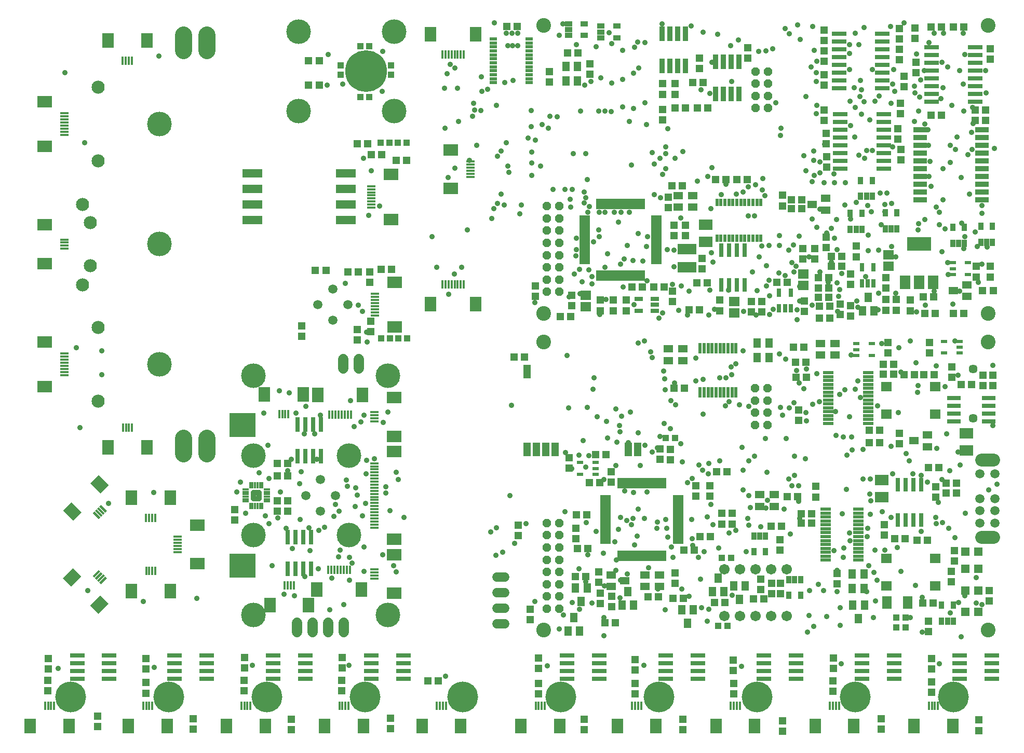
<source format=gts>
G75*
G70*
%OFA0B0*%
%FSLAX24Y24*%
%IPPOS*%
%LPD*%
%AMOC8*
5,1,8,0,0,1.08239X$1,22.5*
%
%ADD10C,0.0946*%
%ADD11C,0.2678*%
%ADD12R,0.1693X0.1575*%
%ADD13R,0.0671X0.0198*%
%ADD14R,0.0198X0.0671*%
%ADD15R,0.0513X0.0474*%
%ADD16R,0.0474X0.0513*%
%ADD17R,0.0631X0.0474*%
%ADD18R,0.0474X0.0867*%
%ADD19R,0.0316X0.0867*%
%ADD20R,0.0867X0.0710*%
%ADD21R,0.0552X0.0552*%
%ADD22R,0.0400X0.0240*%
%ADD23R,0.0592X0.0513*%
%ADD24R,0.0474X0.0631*%
%ADD25R,0.0192X0.0671*%
%ADD26R,0.0671X0.0192*%
%ADD27R,0.0316X0.0552*%
%ADD28R,0.0552X0.0316*%
%ADD29R,0.0710X0.0592*%
%ADD30R,0.1222X0.0671*%
%ADD31R,0.0671X0.0867*%
%ADD32R,0.1576X0.0867*%
%ADD33R,0.0946X0.0277*%
%ADD34C,0.0595*%
%ADD35C,0.0848*%
%ADD36R,0.0395X0.0395*%
%ADD37R,0.0880X0.0340*%
%ADD38OC8,0.0556*%
%ADD39C,0.0572*%
%ADD40R,0.0690X0.0592*%
%ADD41R,0.0671X0.0218*%
%ADD42R,0.0513X0.0592*%
%ADD43R,0.0352X0.0470*%
%ADD44C,0.0356*%
%ADD45R,0.0237X0.0671*%
%ADD46R,0.0671X0.0237*%
%ADD47R,0.0320X0.0950*%
%ADD48R,0.0200X0.0470*%
%ADD49R,0.0867X0.0316*%
%ADD50R,0.0159X0.0395*%
%ADD51R,0.0395X0.0159*%
%ADD52C,0.0343*%
%ADD53C,0.0674*%
%ADD54C,0.0595*%
%ADD55R,0.0551X0.0157*%
%ADD56R,0.0925X0.0748*%
%ADD57C,0.1582*%
%ADD58C,0.0840*%
%ADD59C,0.1085*%
%ADD60R,0.0157X0.0551*%
%ADD61R,0.0748X0.0925*%
%ADD62R,0.0470X0.0200*%
%ADD63R,0.0470X0.0352*%
%ADD64R,0.0946X0.0316*%
%ADD65C,0.0680*%
%ADD66C,0.0580*%
%ADD67C,0.1976*%
%ADD68R,0.1261X0.0580*%
%ADD69R,0.0631X0.0789*%
%ADD70R,0.0316X0.0946*%
%ADD71R,0.0398X0.0398*%
%ADD72C,0.0358*%
D10*
X035809Y009746D03*
X035809Y028250D03*
X035809Y030100D03*
X035809Y048604D03*
X064313Y048604D03*
X064313Y030100D03*
X064313Y028250D03*
X064313Y009746D03*
D11*
X024391Y045651D03*
D12*
X016458Y022935D03*
X016458Y013880D03*
D13*
X039772Y015387D03*
X039772Y015583D03*
X039772Y015780D03*
X039772Y015977D03*
X039772Y016174D03*
X039772Y016371D03*
X039772Y016568D03*
X039772Y016765D03*
X039772Y016961D03*
X039772Y017158D03*
X039772Y017355D03*
X039772Y017552D03*
X039772Y017749D03*
X039772Y017946D03*
X039772Y018143D03*
X039772Y018339D03*
X044418Y018339D03*
X044418Y018143D03*
X044418Y017946D03*
X044418Y017749D03*
X044418Y017552D03*
X044418Y017355D03*
X044418Y017158D03*
X044418Y016961D03*
X044418Y016765D03*
X044418Y016568D03*
X044418Y016371D03*
X044418Y016174D03*
X044418Y015977D03*
X044418Y015780D03*
X044418Y015583D03*
X044418Y015387D03*
D14*
X043571Y014540D03*
X043374Y014540D03*
X043178Y014540D03*
X042981Y014540D03*
X042784Y014540D03*
X042587Y014540D03*
X042390Y014540D03*
X042193Y014540D03*
X041996Y014540D03*
X041800Y014540D03*
X041603Y014540D03*
X041406Y014540D03*
X041209Y014540D03*
X041012Y014540D03*
X040815Y014540D03*
X040619Y014540D03*
X040619Y019186D03*
X040815Y019186D03*
X041012Y019186D03*
X041209Y019186D03*
X041406Y019186D03*
X041603Y019186D03*
X041800Y019186D03*
X041996Y019186D03*
X042193Y019186D03*
X042390Y019186D03*
X042587Y019186D03*
X042784Y019186D03*
X042981Y019186D03*
X043178Y019186D03*
X043374Y019186D03*
X043571Y019186D03*
D15*
X043917Y020696D03*
X043262Y020713D03*
X043262Y021382D03*
X043917Y021365D03*
X046891Y019943D03*
X047561Y019943D03*
X046478Y019017D03*
X046478Y018348D03*
X045572Y018348D03*
X045572Y019017D03*
X047227Y017271D03*
X047896Y017271D03*
X047890Y016553D03*
X047220Y016553D03*
X049746Y013033D03*
X049746Y012364D03*
X051006Y012088D03*
X051006Y012757D03*
X052324Y016635D03*
X052324Y017226D03*
X052994Y017226D03*
X052994Y016635D03*
X052088Y018328D03*
X051419Y018328D03*
X052147Y023230D03*
X052147Y023899D03*
X052009Y026006D03*
X052679Y026006D03*
X052639Y026950D03*
X051970Y026950D03*
X053506Y029785D03*
X054175Y029785D03*
X054824Y030041D03*
X054824Y030710D03*
X054175Y030572D03*
X054096Y031124D03*
X054096Y031714D03*
X053427Y031714D03*
X053427Y031124D03*
X053506Y030572D03*
X053427Y032383D03*
X054096Y032383D03*
X054254Y033131D03*
X054254Y033761D03*
X053919Y034332D03*
X053919Y035002D03*
X054923Y033761D03*
X054923Y033131D03*
X057757Y031006D03*
X058427Y031006D03*
X058427Y030297D03*
X057757Y030297D03*
X055494Y030592D03*
X055494Y029923D03*
X057600Y026832D03*
X058269Y026832D03*
X062600Y025533D03*
X063269Y025533D03*
X063998Y025474D03*
X063998Y026143D03*
X058643Y022403D03*
X058643Y021734D03*
X060507Y020207D03*
X061177Y020207D03*
X061614Y019184D03*
X062283Y019184D03*
X060954Y018965D03*
X060954Y018296D03*
X060444Y015531D03*
X059775Y015531D03*
X057659Y015868D03*
X057659Y016537D03*
X061976Y013523D03*
X061976Y012854D03*
X062167Y014203D03*
X062167Y014872D03*
X064391Y012285D03*
X064391Y011616D03*
X060494Y010317D03*
X060494Y009647D03*
X060691Y007915D03*
X060691Y007246D03*
X060710Y006419D03*
X060710Y005750D03*
X054372Y005828D03*
X054372Y006498D03*
X054391Y007285D03*
X054391Y007954D03*
X047974Y007836D03*
X047974Y007167D03*
X047994Y006340D03*
X047994Y005671D03*
X041655Y005671D03*
X041655Y006340D03*
X041675Y007206D03*
X041675Y007876D03*
X040179Y011261D03*
X040179Y011931D03*
X039431Y012128D03*
X039431Y011458D03*
X039328Y012813D03*
X039328Y013482D03*
X038504Y013181D03*
X037835Y013181D03*
X037856Y015631D03*
X037856Y016301D03*
X034155Y016498D03*
X034155Y015828D03*
X034943Y011104D03*
X034943Y010435D03*
X035454Y007954D03*
X035454Y007285D03*
X035454Y006340D03*
X035454Y005671D03*
X042486Y011902D03*
X043155Y011902D03*
X040135Y019244D03*
X040135Y019914D03*
X039801Y021029D03*
X039131Y021029D03*
X045120Y030336D03*
X045789Y030336D03*
X044076Y030868D03*
X044076Y031537D03*
X042128Y031793D03*
X041458Y031793D03*
X044903Y035080D03*
X044903Y035750D03*
X044687Y038289D03*
X044017Y038289D03*
X048191Y038683D03*
X048860Y038683D03*
X051124Y037679D03*
X051694Y037383D03*
X051694Y036832D03*
X051124Y037009D03*
X052364Y036832D03*
X052364Y037383D03*
X053919Y040986D03*
X053919Y041655D03*
X053801Y042482D03*
X053801Y043151D03*
X053801Y044765D03*
X053801Y045435D03*
X053801Y046301D03*
X053801Y046970D03*
X053801Y047639D03*
X053801Y048309D03*
X058643Y047049D03*
X058643Y046380D03*
X059706Y046222D03*
X059706Y045553D03*
X058919Y045317D03*
X058919Y044647D03*
X060671Y042817D03*
X061340Y042817D03*
X063486Y043151D03*
X063486Y042482D03*
X064155Y042482D03*
X064155Y043151D03*
X064470Y046419D03*
X064470Y047088D03*
X058525Y041970D03*
X058525Y041301D03*
X058722Y040631D03*
X058722Y039962D03*
X063565Y033112D03*
X064470Y033112D03*
X064470Y032443D03*
X064647Y031557D03*
X063978Y031557D03*
X063565Y032443D03*
X060828Y031163D03*
X060159Y031163D03*
X051419Y032108D03*
X050750Y032108D03*
X044883Y043289D03*
X044214Y043289D03*
X044234Y044175D03*
X044234Y044844D03*
X045356Y044943D03*
X046025Y044943D03*
X045809Y045828D03*
X045809Y046498D03*
X048880Y046498D03*
X048880Y047167D03*
X037994Y046832D03*
X037324Y046832D03*
X036163Y045631D03*
X036163Y044962D03*
X034096Y048525D03*
X033427Y048525D03*
X024628Y032757D03*
X024628Y032088D03*
X021813Y032856D03*
X021143Y032856D03*
X024706Y029608D03*
X024706Y028939D03*
X023840Y029057D03*
X023840Y028387D03*
X019372Y020454D03*
X018702Y020454D03*
X018702Y019667D03*
X019372Y019667D03*
X016596Y007994D03*
X016596Y007324D03*
X016576Y006537D03*
X016576Y005868D03*
X022836Y005868D03*
X022836Y006537D03*
X022856Y007324D03*
X022856Y007994D03*
X010257Y007915D03*
X010257Y007246D03*
X010277Y006380D03*
X010277Y005710D03*
X003978Y005868D03*
X003978Y006537D03*
X003998Y007246D03*
X003998Y007915D03*
D16*
X007147Y004214D03*
X007147Y003545D03*
X013289Y003387D03*
X013289Y004057D03*
X019588Y004017D03*
X019588Y003348D03*
X025966Y003427D03*
X025966Y004096D03*
X028348Y006498D03*
X029017Y006498D03*
X038407Y004017D03*
X038407Y003348D03*
X044746Y003348D03*
X044746Y004017D03*
X051124Y003939D03*
X051124Y003269D03*
X057462Y003387D03*
X057462Y004057D03*
X063722Y003978D03*
X063722Y003309D03*
X060789Y011478D03*
X060120Y011478D03*
X058996Y015638D03*
X058327Y015638D03*
X061626Y018554D03*
X062295Y018554D03*
X057364Y021793D03*
X056694Y021793D03*
X056694Y022580D03*
X057364Y022580D03*
X057600Y026202D03*
X058269Y026202D03*
X058939Y026163D03*
X059608Y026163D03*
X060198Y026163D03*
X060868Y026163D03*
X061990Y025986D03*
X061990Y026655D03*
X060572Y027561D03*
X060572Y028230D03*
X060277Y030100D03*
X060946Y030100D03*
X062088Y030100D03*
X062757Y030100D03*
X059313Y030277D03*
X059313Y030946D03*
X057777Y031734D03*
X057777Y032403D03*
X055494Y032639D03*
X055494Y031970D03*
X055848Y033742D03*
X055848Y034411D03*
X053210Y034254D03*
X052423Y034254D03*
X052423Y033584D03*
X053210Y033584D03*
X052541Y030907D03*
X052541Y030238D03*
X052482Y027935D03*
X051813Y027935D03*
X049785Y030198D03*
X049116Y030198D03*
X049116Y030868D03*
X049785Y030868D03*
X047108Y030946D03*
X047108Y030277D03*
X046301Y032069D03*
X045631Y032069D03*
X045966Y032954D03*
X045966Y033624D03*
X044155Y035080D03*
X044155Y035750D03*
X043801Y036891D03*
X043801Y037561D03*
X046813Y038683D03*
X047482Y038683D03*
X043446Y042521D03*
X043446Y043191D03*
X043446Y044175D03*
X043446Y044844D03*
X045671Y043289D03*
X046340Y043289D03*
X038761Y045474D03*
X038761Y046143D03*
X027009Y039943D03*
X026340Y039943D03*
X025395Y040297D03*
X024726Y040297D03*
X024490Y041006D03*
X023820Y041006D03*
X021380Y044746D03*
X020710Y044746D03*
X020710Y046320D03*
X021380Y046320D03*
X023230Y032777D03*
X023899Y032777D03*
X025356Y032935D03*
X026025Y032935D03*
X020257Y029293D03*
X020257Y028624D03*
X019372Y018053D03*
X019372Y017383D03*
X018702Y017383D03*
X018702Y018053D03*
X015966Y017482D03*
X015966Y016813D03*
X033883Y027299D03*
X034553Y027299D03*
X036852Y029903D03*
X037521Y029903D03*
X037580Y030592D03*
X037580Y031261D03*
X039431Y030946D03*
X040257Y030946D03*
X041084Y030946D03*
X041084Y030277D03*
X040257Y030277D03*
X039431Y030277D03*
X042876Y031793D03*
X043545Y031793D03*
X044175Y025297D03*
X044844Y025297D03*
X039411Y019234D03*
X038742Y019234D03*
X037419Y020152D03*
X037419Y020822D03*
X037896Y017148D03*
X038566Y017148D03*
X038624Y014982D03*
X037954Y014982D03*
X039726Y010218D03*
X040395Y010218D03*
X044096Y011793D03*
X044765Y011793D03*
X044225Y012761D03*
X044225Y013431D03*
X044805Y014903D03*
X045474Y014903D03*
X045828Y015769D03*
X046498Y015769D03*
X050395Y016439D03*
X051065Y016439D03*
X050966Y015553D03*
X050966Y014883D03*
X050415Y012757D03*
X050415Y012088D03*
X049923Y011754D03*
X049254Y011754D03*
X047443Y011517D03*
X046773Y011517D03*
X054628Y012718D03*
X054628Y013387D03*
X053250Y018309D03*
X053250Y018978D03*
X057895Y027561D03*
X057895Y028230D03*
X064628Y026143D03*
X064628Y025474D03*
X053958Y039490D03*
X053958Y040159D03*
X058683Y042915D03*
X058683Y043584D03*
X058643Y047718D03*
X058643Y048387D03*
X059628Y048427D03*
X059628Y047757D03*
X060671Y048486D03*
X061340Y048486D03*
X062088Y048486D03*
X062757Y048486D03*
X035257Y031852D03*
X035257Y031183D03*
D17*
X053013Y037108D03*
X053880Y037482D03*
X053880Y036734D03*
X062108Y031557D03*
X062974Y031931D03*
X062974Y031183D03*
X060415Y022285D03*
X060415Y021537D03*
X059549Y021911D03*
X040996Y012926D03*
X040130Y013300D03*
X040130Y012552D03*
D18*
X041242Y021360D03*
X041832Y021360D03*
X036536Y021360D03*
X035936Y021360D03*
X035336Y021360D03*
X034746Y021360D03*
X034746Y026360D03*
D19*
X047204Y031929D03*
X047704Y031929D03*
X048204Y031929D03*
X048704Y031929D03*
X048704Y034176D03*
X048204Y034176D03*
X047704Y034176D03*
X047204Y034176D03*
X058519Y019080D03*
X059019Y019080D03*
X059519Y019080D03*
X060019Y019080D03*
X060019Y016833D03*
X059519Y016833D03*
X059019Y016833D03*
X058519Y016833D03*
D20*
X057509Y018278D03*
X057509Y019380D03*
X062935Y021281D03*
X062935Y022383D03*
X046202Y034706D03*
X046202Y035809D03*
D21*
X062876Y014785D03*
X063702Y014785D03*
X063702Y013683D03*
X062876Y013683D03*
X062876Y012305D03*
X063702Y012305D03*
X063702Y010927D03*
X062876Y010927D03*
D22*
X062482Y027561D03*
X062482Y027935D03*
X062482Y028309D03*
X061498Y028309D03*
X061498Y027561D03*
X056852Y027403D03*
X056852Y028151D03*
X055868Y028151D03*
X055868Y027777D03*
X055868Y027403D03*
X062049Y032600D03*
X062049Y032974D03*
X062049Y033348D03*
X063033Y033348D03*
X063033Y032600D03*
X039118Y020515D03*
X039118Y020141D03*
X039118Y019767D03*
X038133Y019767D03*
X038133Y020515D03*
D23*
X043801Y027069D03*
X043801Y027817D03*
X044746Y027817D03*
X044746Y027069D03*
X053565Y027423D03*
X053565Y028171D03*
X054509Y028171D03*
X054509Y027423D03*
X050612Y018446D03*
X050612Y017698D03*
X049667Y017698D03*
X049667Y018446D03*
X043246Y013301D03*
X043246Y012553D03*
X042301Y012553D03*
X042301Y013301D03*
X044431Y036911D03*
X044431Y037659D03*
X045376Y037659D03*
X045376Y036911D03*
D24*
X056635Y031124D03*
X056261Y030257D03*
X057009Y030257D03*
X046990Y013092D03*
X047364Y012226D03*
X047994Y012580D03*
X048742Y012580D03*
X048368Y011714D03*
X046616Y012226D03*
X045395Y011045D03*
X044647Y011045D03*
X045021Y010179D03*
X041576Y011360D03*
X040828Y011360D03*
X041202Y012226D03*
X038584Y012462D03*
X037836Y012462D03*
X038210Y011596D03*
X037738Y010572D03*
X038112Y009706D03*
X037364Y009706D03*
X055631Y011360D03*
X056380Y011360D03*
X056006Y010494D03*
D25*
X042206Y032521D03*
X042009Y032521D03*
X041813Y032521D03*
X041616Y032521D03*
X041419Y032521D03*
X041222Y032521D03*
X041025Y032521D03*
X040828Y032521D03*
X040631Y032521D03*
X040435Y032521D03*
X040238Y032521D03*
X040041Y032521D03*
X039844Y032521D03*
X039647Y032521D03*
X039450Y032521D03*
X039254Y032521D03*
X039254Y037128D03*
X039450Y037128D03*
X039647Y037128D03*
X039844Y037128D03*
X040041Y037128D03*
X040238Y037128D03*
X040435Y037128D03*
X040631Y037128D03*
X040828Y037128D03*
X041025Y037128D03*
X041222Y037128D03*
X041419Y037128D03*
X041616Y037128D03*
X041813Y037128D03*
X042009Y037128D03*
X042206Y037128D03*
D26*
X043033Y036301D03*
X043033Y036104D03*
X043033Y035907D03*
X043033Y035710D03*
X043033Y035513D03*
X043033Y035317D03*
X043033Y035120D03*
X043033Y034923D03*
X043033Y034726D03*
X043033Y034529D03*
X043033Y034332D03*
X043033Y034135D03*
X043033Y033939D03*
X043033Y033742D03*
X043033Y033545D03*
X043033Y033348D03*
X038427Y033348D03*
X038427Y033545D03*
X038427Y033742D03*
X038427Y033939D03*
X038427Y034135D03*
X038427Y034332D03*
X038427Y034529D03*
X038427Y034726D03*
X038427Y034923D03*
X038427Y035120D03*
X038427Y035317D03*
X038427Y035513D03*
X038427Y035710D03*
X038427Y035907D03*
X038427Y036104D03*
X038427Y036301D03*
D27*
X050907Y031441D03*
X051655Y031441D03*
X051655Y030413D03*
X051281Y030413D03*
X050907Y030413D03*
X056222Y032027D03*
X056596Y032027D03*
X056970Y032027D03*
X056970Y033055D03*
X056222Y033055D03*
D28*
X042937Y031025D03*
X042937Y030651D03*
X042937Y030277D03*
X041909Y030277D03*
X041909Y031025D03*
D29*
X038486Y031261D03*
X038486Y030513D03*
X048013Y030868D03*
X048013Y030120D03*
X052462Y031891D03*
X052462Y032639D03*
X057935Y033112D03*
X057935Y033860D03*
D30*
X044982Y034234D03*
X044982Y033053D03*
D31*
X058998Y032088D03*
X059903Y032088D03*
X060809Y032088D03*
D32*
X059903Y034569D03*
D33*
X057624Y039405D03*
X057624Y039901D03*
X057624Y040401D03*
X057624Y040901D03*
X057624Y041405D03*
X057624Y041901D03*
X057624Y042401D03*
X057624Y042901D03*
X057545Y044563D03*
X057545Y045059D03*
X057545Y045559D03*
X057545Y046059D03*
X057545Y046563D03*
X057545Y047059D03*
X057545Y047559D03*
X057545Y048059D03*
X054750Y048063D03*
X054750Y047563D03*
X054750Y047063D03*
X054750Y046563D03*
X054750Y046063D03*
X054750Y045563D03*
X054750Y045063D03*
X054750Y044563D03*
X054828Y042905D03*
X054828Y042405D03*
X054828Y041905D03*
X054828Y041405D03*
X054828Y040905D03*
X054828Y040405D03*
X054828Y039905D03*
X054828Y039405D03*
X060694Y043696D03*
X060694Y044196D03*
X060694Y044696D03*
X060694Y045196D03*
X060694Y045696D03*
X060694Y046196D03*
X060694Y046696D03*
X060694Y047196D03*
X063490Y047193D03*
X063490Y046693D03*
X063490Y046193D03*
X063490Y045696D03*
X063490Y045193D03*
X063490Y044693D03*
X063490Y044193D03*
X063490Y043696D03*
D34*
X063781Y019785D03*
X064765Y019785D03*
X064765Y018210D03*
X063781Y018210D03*
X063781Y017423D03*
X063781Y016635D03*
X064765Y016635D03*
X064765Y017423D03*
X023230Y030651D03*
X022265Y029647D03*
X021301Y030651D03*
X022265Y031655D03*
X021478Y019411D03*
X022443Y018407D03*
X021478Y017403D03*
X020513Y018407D03*
D35*
X063889Y020691D02*
X064657Y020691D01*
X064657Y015730D02*
X063889Y015730D01*
D36*
X059017Y010572D03*
X058427Y010572D03*
X058427Y009943D03*
X059017Y009943D03*
X047600Y010021D03*
X047009Y010021D03*
X047246Y014391D03*
X047836Y014391D03*
X044214Y022108D03*
X043624Y022108D03*
X024608Y043998D03*
X024017Y043998D03*
X022777Y045435D03*
X022777Y046025D03*
X024017Y047265D03*
X024608Y047265D03*
X026006Y046025D03*
X026006Y045435D03*
D37*
X059970Y041878D03*
X059970Y041378D03*
X059970Y040878D03*
X059970Y040378D03*
X059970Y039878D03*
X059970Y039378D03*
X059970Y038878D03*
X059970Y038378D03*
X059970Y037878D03*
X059970Y037378D03*
X063930Y037378D03*
X063930Y037878D03*
X063930Y038378D03*
X063930Y038878D03*
X063930Y039378D03*
X063930Y039878D03*
X063930Y040378D03*
X063930Y040878D03*
X063930Y041378D03*
X063930Y041878D03*
D38*
X050187Y043281D03*
X050187Y044069D03*
X049399Y044069D03*
X049399Y043281D03*
X049399Y044856D03*
X049399Y045643D03*
X050187Y045643D03*
X050187Y044856D03*
X036793Y036990D03*
X036006Y036990D03*
X036006Y036202D03*
X036793Y036202D03*
X036793Y035415D03*
X036006Y035415D03*
X036006Y034628D03*
X036793Y034628D03*
X036793Y033840D03*
X036006Y033840D03*
X036006Y033053D03*
X036793Y033053D03*
X036793Y032265D03*
X036793Y031478D03*
X036006Y031478D03*
X036006Y032265D03*
X049372Y025289D03*
X050159Y025289D03*
X050159Y024502D03*
X049372Y024502D03*
X049372Y023714D03*
X050159Y023714D03*
X050159Y022927D03*
X049372Y022927D03*
X036793Y016635D03*
X036006Y016635D03*
X036006Y015848D03*
X036793Y015848D03*
X036793Y015061D03*
X036006Y015061D03*
X036006Y014273D03*
X036793Y014273D03*
X036793Y013486D03*
X036006Y013486D03*
X036006Y012698D03*
X036793Y012698D03*
X036793Y011911D03*
X036006Y011911D03*
X036006Y011124D03*
X036793Y011124D03*
D39*
X063348Y023368D03*
X063348Y026517D03*
D40*
X060917Y025395D03*
X060917Y023624D03*
X057787Y023624D03*
X057787Y025395D03*
X057787Y014372D03*
X057787Y012600D03*
X060917Y012600D03*
X060917Y014372D03*
D41*
X056006Y014250D03*
X056006Y014502D03*
X056006Y014754D03*
X056006Y015006D03*
X056006Y015257D03*
X056006Y015509D03*
X056006Y015761D03*
X056006Y016013D03*
X056006Y016265D03*
X056006Y016517D03*
X056006Y016769D03*
X056006Y017021D03*
X056006Y017273D03*
X056006Y017525D03*
X053880Y017525D03*
X053880Y017273D03*
X053880Y017021D03*
X053880Y016769D03*
X053880Y016517D03*
X053880Y016265D03*
X053880Y016013D03*
X053880Y015769D03*
X053880Y015509D03*
X053880Y015257D03*
X053880Y015006D03*
X053880Y014754D03*
X053880Y014502D03*
X053880Y014250D03*
D42*
X055612Y013368D03*
X056360Y013368D03*
X056360Y012423D03*
X055612Y012423D03*
X050257Y027265D03*
X049509Y027265D03*
X049509Y028210D03*
X050257Y028210D03*
X037974Y045021D03*
X037226Y045021D03*
X037226Y045966D03*
X037974Y045966D03*
D43*
X055474Y036517D03*
X056222Y036517D03*
X056222Y035498D03*
X055848Y035498D03*
X055474Y035498D03*
X057718Y035537D03*
X058092Y035537D03*
X058466Y035537D03*
X058466Y036557D03*
X057718Y036557D03*
X056891Y037624D03*
X056517Y037624D03*
X056143Y037624D03*
X056143Y038643D03*
X056891Y038643D03*
X062049Y035612D03*
X062797Y035612D03*
X063860Y035691D03*
X064608Y035691D03*
X064608Y034671D03*
X064234Y034671D03*
X063860Y034671D03*
X062797Y034592D03*
X062423Y034592D03*
X062049Y034592D03*
X050041Y015805D03*
X049667Y015805D03*
X049293Y015805D03*
X049293Y014785D03*
X050041Y014785D03*
X051537Y013009D03*
X051911Y013009D03*
X052285Y013009D03*
X052285Y011990D03*
X051537Y011990D03*
X061340Y011360D03*
X062088Y011360D03*
X062088Y010340D03*
X061714Y010340D03*
X061340Y010340D03*
D44*
X063574Y011488D03*
X063574Y013122D03*
D45*
X048141Y025011D03*
X047885Y025011D03*
X047630Y025011D03*
X047374Y025011D03*
X047118Y025011D03*
X046862Y025011D03*
X046606Y025011D03*
X046350Y025011D03*
X046094Y025011D03*
X045838Y025011D03*
X045838Y027866D03*
X046094Y027866D03*
X046350Y027866D03*
X046606Y027866D03*
X046862Y027866D03*
X047118Y027866D03*
X047374Y027866D03*
X047630Y027866D03*
X047885Y027866D03*
X048141Y027866D03*
D46*
X054059Y026291D03*
X054059Y026040D03*
X054059Y025789D03*
X054059Y025538D03*
X054059Y025287D03*
X054059Y025036D03*
X054059Y024786D03*
X054059Y024535D03*
X054059Y024284D03*
X054059Y024033D03*
X054059Y023782D03*
X054059Y023531D03*
X054059Y023280D03*
X054059Y023029D03*
X056613Y023034D03*
X056613Y023285D03*
X056613Y023536D03*
X056613Y023782D03*
X056613Y024033D03*
X056613Y024284D03*
X056613Y024535D03*
X056613Y024786D03*
X056613Y025036D03*
X056613Y025287D03*
X056613Y025538D03*
X056613Y025789D03*
X056613Y026040D03*
X056613Y026291D03*
D47*
X048330Y044188D03*
X047830Y044188D03*
X047330Y044188D03*
X046830Y044188D03*
X046830Y046248D03*
X047330Y046248D03*
X047830Y046248D03*
X048330Y046248D03*
X044905Y045999D03*
X044405Y045999D03*
X043905Y045999D03*
X043405Y045999D03*
X043405Y048059D03*
X043905Y048059D03*
X044405Y048059D03*
X044905Y048059D03*
D48*
X046921Y037233D03*
X047177Y037233D03*
X047433Y037233D03*
X047689Y037233D03*
X047944Y037233D03*
X048200Y037233D03*
X048456Y037233D03*
X048712Y037233D03*
X048968Y037233D03*
X049224Y037233D03*
X049480Y037233D03*
X049736Y037233D03*
X049736Y034936D03*
X049480Y034936D03*
X049224Y034936D03*
X048968Y034936D03*
X048712Y034936D03*
X048456Y034936D03*
X048200Y034936D03*
X047944Y034936D03*
X047689Y034936D03*
X047433Y034936D03*
X047177Y034936D03*
X046921Y034936D03*
D49*
X062126Y024669D03*
X062126Y024169D03*
X062126Y023669D03*
X062126Y023169D03*
X064373Y023169D03*
X064373Y023669D03*
X064373Y024169D03*
X064373Y024669D03*
D50*
X017738Y019076D03*
X017580Y019076D03*
X017423Y019076D03*
X017265Y019076D03*
X017108Y019076D03*
X016950Y019076D03*
X016950Y017738D03*
X017108Y017738D03*
X017265Y017738D03*
X017423Y017738D03*
X017580Y017738D03*
X017738Y017738D03*
D51*
X018013Y018013D03*
X018013Y018171D03*
X018013Y018328D03*
X018013Y018486D03*
X018013Y018643D03*
X018013Y018801D03*
X016675Y018801D03*
X016675Y018643D03*
X016675Y018486D03*
X016675Y018328D03*
X016675Y018171D03*
X016675Y018013D03*
D52*
X017172Y018204D02*
X017172Y018610D01*
X017516Y018610D01*
X017516Y018204D01*
X017172Y018204D01*
X017172Y018546D02*
X017516Y018546D01*
D53*
X047391Y013647D03*
X048391Y013647D03*
X049391Y013647D03*
X050391Y013647D03*
X051391Y013647D03*
X051391Y010647D03*
X050391Y010647D03*
X049391Y010647D03*
X048391Y010647D03*
X047391Y010647D03*
D54*
X033310Y010175D02*
X032795Y010175D01*
X032795Y011175D02*
X033310Y011175D01*
X033310Y012175D02*
X032795Y012175D01*
X032795Y013175D02*
X033310Y013175D01*
D55*
X024923Y013272D03*
X024923Y013076D03*
X024923Y013469D03*
X024923Y013666D03*
X024923Y016340D03*
X024923Y016537D03*
X024923Y016734D03*
X024923Y016931D03*
X024923Y017128D03*
X024923Y017324D03*
X024923Y017521D03*
X024923Y017718D03*
X024923Y017915D03*
X024923Y018112D03*
X024923Y018309D03*
X024923Y018506D03*
X024923Y018702D03*
X024923Y018899D03*
X024923Y019096D03*
X024923Y019293D03*
X024923Y019490D03*
X024923Y019687D03*
X024923Y019883D03*
X024923Y020080D03*
X024923Y020277D03*
X024923Y020474D03*
X024923Y023154D03*
X024923Y023351D03*
X024923Y023548D03*
X024923Y023745D03*
X024962Y029962D03*
X024962Y030159D03*
X024962Y030356D03*
X024962Y030553D03*
X024962Y030750D03*
X024962Y030946D03*
X024962Y031146D03*
X024962Y031346D03*
X024726Y036891D03*
X024726Y037088D03*
X024726Y037285D03*
X024726Y037482D03*
X024726Y037679D03*
X024726Y037876D03*
X024726Y038076D03*
X024726Y038276D03*
X031104Y038860D03*
X031104Y039057D03*
X031104Y039254D03*
X031104Y039450D03*
X031104Y039647D03*
X031104Y039844D03*
X005041Y041570D03*
X005041Y041770D03*
X005041Y041970D03*
X005041Y042167D03*
X005041Y042364D03*
X005041Y042561D03*
X005041Y042757D03*
X005041Y042954D03*
X005041Y034841D03*
X005041Y034644D03*
X005041Y034447D03*
X005041Y034250D03*
X005041Y027521D03*
X005041Y027324D03*
X005041Y027128D03*
X005041Y026931D03*
X005041Y026734D03*
X005041Y026537D03*
X005041Y026337D03*
X005041Y026137D03*
X012285Y015750D03*
X012285Y015553D03*
X012285Y015356D03*
X012285Y015159D03*
X012285Y014962D03*
X012285Y014765D03*
D56*
X013565Y014017D03*
X013565Y016498D03*
X003761Y025389D03*
X003761Y028269D03*
X003761Y033309D03*
X003761Y035789D03*
X003761Y040822D03*
X003761Y043702D03*
X026006Y039024D03*
X026006Y036143D03*
X029824Y038112D03*
X029824Y040592D03*
X026242Y032094D03*
X026242Y029214D03*
X026202Y024687D03*
X026202Y022206D03*
X026202Y021222D03*
X026202Y015592D03*
X026202Y014608D03*
X026202Y012128D03*
D57*
X025809Y010730D03*
X023289Y015848D03*
X017147Y015848D03*
X017147Y010730D03*
X017147Y020966D03*
X017147Y026084D03*
X011124Y026832D03*
X011124Y034549D03*
X011124Y042265D03*
X020061Y043092D03*
X026202Y043092D03*
X026202Y048210D03*
X020061Y048210D03*
X025809Y026084D03*
X023289Y020966D03*
D58*
X007187Y024454D03*
X007187Y029210D03*
X006187Y031927D03*
X006687Y033171D03*
X006687Y035927D03*
X006187Y037108D03*
X007187Y039887D03*
X007187Y044643D03*
D59*
X012657Y046999D02*
X012657Y048004D01*
X014157Y048004D02*
X014157Y046999D01*
X014157Y022099D02*
X014157Y021094D01*
X012657Y021094D02*
X012657Y022099D01*
D60*
X009375Y022757D03*
X009178Y022757D03*
X008981Y022757D03*
X008784Y022757D03*
G36*
X007262Y017690D02*
X007372Y017800D01*
X007760Y017412D01*
X007650Y017302D01*
X007262Y017690D01*
G37*
G36*
X007122Y017551D02*
X007232Y017661D01*
X007620Y017273D01*
X007510Y017163D01*
X007122Y017551D01*
G37*
G36*
X006983Y017412D02*
X007093Y017522D01*
X007481Y017134D01*
X007371Y017024D01*
X006983Y017412D01*
G37*
G36*
X006844Y017273D02*
X006954Y017383D01*
X007342Y016995D01*
X007232Y016885D01*
X006844Y017273D01*
G37*
X010274Y016970D03*
X010471Y016970D03*
X010668Y016970D03*
X010865Y016970D03*
X010871Y013545D03*
X010674Y013545D03*
X010477Y013545D03*
X010280Y013545D03*
G36*
X007376Y012710D02*
X007266Y012820D01*
X007654Y013208D01*
X007764Y013098D01*
X007376Y012710D01*
G37*
G36*
X007237Y012849D02*
X007127Y012959D01*
X007515Y013347D01*
X007625Y013237D01*
X007237Y012849D01*
G37*
G36*
X007098Y012988D02*
X006988Y013098D01*
X007376Y013486D01*
X007486Y013376D01*
X007098Y012988D01*
G37*
G36*
X006958Y013128D02*
X006848Y013238D01*
X007236Y013626D01*
X007346Y013516D01*
X006958Y013128D01*
G37*
X004375Y004883D03*
X004178Y004883D03*
X003981Y004883D03*
X003784Y004883D03*
X010083Y004883D03*
X010280Y004883D03*
X010477Y004883D03*
X010674Y004883D03*
X016383Y004883D03*
X016580Y004883D03*
X016776Y004883D03*
X016973Y004883D03*
X022682Y004883D03*
X022879Y004883D03*
X023076Y004883D03*
X023272Y004883D03*
X028942Y004883D03*
X029139Y004883D03*
X029335Y004883D03*
X029532Y004883D03*
X035280Y004883D03*
X035477Y004883D03*
X035674Y004883D03*
X035871Y004883D03*
X041461Y004883D03*
X041658Y004883D03*
X041855Y004883D03*
X042052Y004883D03*
X047800Y004883D03*
X047997Y004883D03*
X048194Y004883D03*
X048391Y004883D03*
X054178Y004883D03*
X054375Y004883D03*
X054572Y004883D03*
X054769Y004883D03*
X060517Y004883D03*
X060713Y004883D03*
X060910Y004883D03*
X061107Y004883D03*
X030677Y031970D03*
X030477Y031970D03*
X030277Y031970D03*
X030080Y031970D03*
X029883Y031970D03*
X029687Y031970D03*
X029490Y031970D03*
X029293Y031970D03*
X023427Y023584D03*
X023230Y023584D03*
X023033Y023584D03*
X022836Y023584D03*
X022639Y023584D03*
X022443Y023584D03*
X022243Y023584D03*
X022043Y023584D03*
X019408Y023624D03*
X019211Y023624D03*
X019014Y023624D03*
X018817Y023624D03*
X021970Y013624D03*
X022167Y013624D03*
X022364Y013624D03*
X022561Y013624D03*
X022757Y013624D03*
X022954Y013624D03*
X023154Y013624D03*
X023354Y013624D03*
X019769Y012639D03*
X019572Y012639D03*
X019375Y012639D03*
X019178Y012639D03*
X009369Y046340D03*
X009172Y046340D03*
X008975Y046340D03*
X008778Y046340D03*
X029287Y046734D03*
X029487Y046734D03*
X029687Y046734D03*
X029883Y046734D03*
X030080Y046734D03*
X030277Y046734D03*
X030474Y046734D03*
X030671Y046734D03*
D61*
X002836Y003604D03*
X005317Y003604D03*
X009135Y003604D03*
X011616Y003604D03*
X015435Y003604D03*
X017915Y003604D03*
X021734Y003604D03*
X024214Y003604D03*
X027994Y003604D03*
X030474Y003604D03*
X034332Y003604D03*
X036813Y003604D03*
X040513Y003604D03*
X042994Y003604D03*
X046852Y003604D03*
X049332Y003604D03*
X053230Y003604D03*
X055710Y003604D03*
X059569Y003604D03*
X062049Y003604D03*
X031425Y030691D03*
X028545Y030691D03*
X024175Y024864D03*
X021294Y024864D03*
X020356Y024903D03*
X017876Y024903D03*
X010317Y021478D03*
X007836Y021478D03*
G36*
X007867Y019065D02*
X007338Y018536D01*
X006685Y019189D01*
X007214Y019718D01*
X007867Y019065D01*
G37*
X009332Y018250D03*
X011813Y018250D03*
G36*
X006113Y017311D02*
X005584Y016782D01*
X004931Y017435D01*
X005460Y017964D01*
X006113Y017311D01*
G37*
G36*
X005584Y013733D02*
X006113Y013204D01*
X005460Y012551D01*
X004931Y013080D01*
X005584Y013733D01*
G37*
G36*
X007338Y011979D02*
X007867Y011450D01*
X007214Y010797D01*
X006685Y011326D01*
X007338Y011979D01*
G37*
X009332Y012265D03*
X011813Y012265D03*
X018230Y011360D03*
X020710Y011360D03*
X021222Y012344D03*
X024102Y012344D03*
X028539Y048013D03*
X031419Y048013D03*
X010317Y047620D03*
X007836Y047620D03*
D62*
X032573Y047728D03*
X032573Y047472D03*
X032573Y047216D03*
X032573Y046960D03*
X032573Y046704D03*
X032573Y046448D03*
X032573Y046193D03*
X032573Y045937D03*
X032573Y045681D03*
X032573Y045425D03*
X032573Y045169D03*
X032573Y044913D03*
X034871Y044913D03*
X034871Y045169D03*
X034871Y045425D03*
X034871Y045681D03*
X034871Y045937D03*
X034871Y046193D03*
X034871Y046448D03*
X034871Y046704D03*
X034871Y046960D03*
X034871Y047216D03*
X034871Y047472D03*
X034871Y047728D03*
D63*
X037387Y047954D03*
X037387Y048328D03*
X037387Y048702D03*
X038407Y048702D03*
X038407Y047954D03*
X039474Y047797D03*
X039474Y048171D03*
X039474Y048545D03*
X040494Y048545D03*
X040494Y047797D03*
D64*
X039352Y008133D03*
X039352Y007633D03*
X039352Y007133D03*
X039352Y006633D03*
X037305Y006633D03*
X037305Y007133D03*
X037305Y007633D03*
X037305Y008133D03*
X043643Y008133D03*
X043643Y007633D03*
X043643Y007133D03*
X043643Y006633D03*
X045691Y006633D03*
X045691Y007133D03*
X045691Y007633D03*
X045691Y008133D03*
X049943Y008133D03*
X049943Y007633D03*
X049943Y007133D03*
X049943Y006633D03*
X051990Y006633D03*
X051990Y007133D03*
X051990Y007633D03*
X051990Y008133D03*
X056242Y008133D03*
X056242Y007633D03*
X056242Y007133D03*
X056242Y006633D03*
X058289Y006633D03*
X058289Y007133D03*
X058289Y007633D03*
X058289Y008133D03*
X062502Y008133D03*
X062502Y007633D03*
X062502Y007133D03*
X062502Y006633D03*
X064549Y006633D03*
X064549Y007133D03*
X064549Y007633D03*
X064549Y008133D03*
X026793Y008133D03*
X026793Y007633D03*
X026793Y007133D03*
X026793Y006633D03*
X024746Y006633D03*
X024746Y007133D03*
X024746Y007633D03*
X024746Y008133D03*
X020494Y008133D03*
X020494Y007633D03*
X020494Y007133D03*
X020494Y006633D03*
X018446Y006633D03*
X018446Y007133D03*
X018446Y007633D03*
X018446Y008133D03*
X014155Y008133D03*
X014155Y007633D03*
X014155Y007133D03*
X014155Y006633D03*
X012108Y006633D03*
X012108Y007133D03*
X012108Y007633D03*
X012108Y008133D03*
X007895Y008133D03*
X007895Y007633D03*
X007895Y007133D03*
X007895Y006633D03*
X005848Y006633D03*
X005848Y007133D03*
X005848Y007633D03*
X005848Y008133D03*
D65*
X019978Y009643D02*
X019978Y010243D01*
X020978Y010243D02*
X020978Y009643D01*
X021978Y009643D02*
X021978Y010243D01*
X022978Y010243D02*
X022978Y009643D01*
X022946Y026572D02*
X022946Y027172D01*
X023946Y027172D02*
X023946Y026572D01*
D66*
X016006Y023328D03*
X016006Y022541D03*
X016006Y014273D03*
X016006Y013486D03*
D67*
X018013Y005454D03*
X011714Y005454D03*
X005415Y005454D03*
X024313Y005454D03*
X030612Y005454D03*
X036911Y005454D03*
X043210Y005454D03*
X049509Y005454D03*
X055809Y005454D03*
X062108Y005454D03*
D68*
X023100Y036080D03*
X023100Y037080D03*
X023100Y038080D03*
X023100Y039080D03*
X017100Y039080D03*
X017100Y038080D03*
X017100Y037080D03*
X017100Y036080D03*
D69*
X057817Y011517D03*
X059155Y011517D03*
D70*
X021480Y020927D03*
X020980Y020927D03*
X020480Y020927D03*
X019980Y020927D03*
X019980Y022974D03*
X020480Y022974D03*
X020980Y022974D03*
X021480Y022974D03*
X020850Y015730D03*
X020350Y015730D03*
X019850Y015730D03*
X019350Y015730D03*
X019350Y013683D03*
X019850Y013683D03*
X020350Y013683D03*
X020850Y013683D03*
D71*
X025376Y028486D03*
X025927Y028486D03*
X026478Y028486D03*
X027029Y028486D03*
X026990Y041045D03*
X026439Y041045D03*
X025887Y041045D03*
X025336Y041045D03*
D72*
X024234Y040061D03*
X024746Y039273D03*
X025257Y036990D03*
X024549Y036399D03*
X028643Y035021D03*
X030887Y035454D03*
X032462Y036202D03*
X032580Y036832D03*
X032817Y037147D03*
X033250Y037069D03*
X033053Y037777D03*
X034352Y037069D03*
X034273Y036478D03*
X036399Y038053D03*
X037147Y038053D03*
X037620Y038053D03*
X037502Y037423D03*
X037541Y036911D03*
X038407Y037187D03*
X038486Y037541D03*
X038407Y037895D03*
X038604Y038683D03*
X038486Y040376D03*
X037698Y040376D03*
X035612Y039549D03*
X035021Y039746D03*
X035021Y040454D03*
X035257Y041242D03*
X034785Y041360D03*
X034982Y042108D03*
X035691Y042226D03*
X036084Y041990D03*
X036202Y042777D03*
X036675Y042738D03*
X038171Y043092D03*
X039313Y043092D03*
X039746Y043092D03*
X040139Y043053D03*
X040848Y043368D03*
X041557Y043250D03*
X042305Y043643D03*
X042383Y042226D03*
X041281Y042423D03*
X043761Y041950D03*
X043643Y040809D03*
X043643Y040376D03*
X043250Y040061D03*
X042895Y039706D03*
X042777Y040415D03*
X043643Y039391D03*
X043446Y039037D03*
X044234Y040061D03*
X044746Y040494D03*
X045651Y038604D03*
X046320Y038880D03*
X046596Y039470D03*
X047502Y038407D03*
X047187Y037738D03*
X046517Y036832D03*
X044588Y036242D03*
X043289Y037541D03*
X042895Y037738D03*
X041281Y036596D03*
X040769Y036596D03*
X040336Y036596D03*
X039746Y036596D03*
X039352Y036596D03*
X038643Y036596D03*
X038722Y036950D03*
X039313Y035454D03*
X039352Y035021D03*
X038998Y034706D03*
X037895Y034943D03*
X037895Y034194D03*
X037856Y033801D03*
X038092Y032935D03*
X037777Y032620D03*
X038263Y032131D03*
X038880Y031990D03*
X038880Y032462D03*
X038683Y032895D03*
X039746Y033053D03*
X039903Y033919D03*
X040730Y033250D03*
X040966Y033604D03*
X041537Y033486D03*
X042147Y033446D03*
X042383Y034391D03*
X042462Y035021D03*
X041872Y035218D03*
X041163Y034470D03*
X040612Y035966D03*
X043722Y034194D03*
X044155Y034155D03*
X044155Y033092D03*
X044076Y031950D03*
X044628Y031872D03*
X045139Y031517D03*
X046478Y031596D03*
X047659Y031596D03*
X049194Y032777D03*
X050100Y033171D03*
X049628Y033722D03*
X049785Y034431D03*
X050257Y034470D03*
X050927Y034470D03*
X050927Y035100D03*
X051832Y034509D03*
X051517Y034155D03*
X052187Y035061D03*
X053328Y035612D03*
X053013Y036163D03*
X053525Y036793D03*
X054588Y036124D03*
X054273Y035572D03*
X053958Y035257D03*
X054470Y034943D03*
X054628Y034194D03*
X054273Y033407D03*
X053545Y032757D03*
X054076Y032108D03*
X054628Y032069D03*
X054785Y031635D03*
X054746Y031202D03*
X055887Y030887D03*
X055966Y030494D03*
X057265Y030336D03*
X057305Y031399D03*
X058407Y031399D03*
X059746Y030179D03*
X060297Y030612D03*
X060868Y031517D03*
X061754Y032580D03*
X061714Y033368D03*
X061360Y034076D03*
X062777Y034273D03*
X062817Y035021D03*
X063486Y035336D03*
X063643Y034391D03*
X064273Y034352D03*
X063919Y033250D03*
X063683Y032108D03*
X062502Y031517D03*
X062069Y030691D03*
X062187Y028328D03*
X061006Y026714D03*
X059706Y026911D03*
X058722Y026320D03*
X059824Y025454D03*
X059785Y025021D03*
X058565Y023722D03*
X057226Y024155D03*
X056124Y024706D03*
X055783Y025219D03*
X055966Y025769D03*
X055145Y025208D03*
X054780Y024882D03*
X054530Y023778D03*
X053486Y024431D03*
X053053Y024273D03*
X052620Y023722D03*
X052659Y023210D03*
X051557Y024037D03*
X051872Y024352D03*
X051006Y024076D03*
X051124Y023565D03*
X051360Y022069D03*
X051911Y020927D03*
X052580Y020769D03*
X051911Y019706D03*
X051517Y019470D03*
X051714Y019037D03*
X052147Y019037D03*
X052147Y018013D03*
X051242Y017541D03*
X050061Y017580D03*
X050179Y018092D03*
X049076Y017620D03*
X048958Y018407D03*
X048604Y018761D03*
X048604Y020021D03*
X048958Y020612D03*
X049313Y020927D03*
X048525Y021478D03*
X047108Y020612D03*
X046399Y020454D03*
X046006Y020021D03*
X046360Y019785D03*
X045769Y020376D03*
X044687Y020553D03*
X044588Y021714D03*
X043919Y022698D03*
X043525Y023013D03*
X043250Y022187D03*
X043092Y021461D03*
X042777Y021202D03*
X042305Y021635D03*
X041242Y021793D03*
X040494Y021832D03*
X039903Y022108D03*
X040691Y022502D03*
X040651Y022895D03*
X040809Y023486D03*
X040415Y023958D03*
X039824Y023171D03*
X039234Y023446D03*
X038604Y024076D03*
X038958Y025218D03*
X039037Y025966D03*
X037305Y027383D03*
X039391Y030021D03*
X039785Y030986D03*
X040887Y031793D03*
X041596Y030651D03*
X043210Y029785D03*
X043446Y030139D03*
X044470Y030297D03*
X045021Y029982D03*
X046399Y029982D03*
X046754Y030376D03*
X048643Y030218D03*
X049431Y029982D03*
X050297Y030021D03*
X050533Y030376D03*
X050297Y031242D03*
X050100Y031872D03*
X050257Y032226D03*
X050887Y032698D03*
X051281Y032541D03*
X051872Y032777D03*
X051990Y033131D03*
X051714Y033368D03*
X052817Y033722D03*
X054923Y032659D03*
X056478Y032462D03*
X056635Y034116D03*
X057305Y034155D03*
X056635Y035139D03*
X057462Y035809D03*
X057698Y036635D03*
X057698Y037108D03*
X058131Y037147D03*
X057817Y037817D03*
X057383Y037817D03*
X056584Y037042D03*
X056832Y036635D03*
X055848Y037226D03*
X055139Y037069D03*
X055494Y036163D03*
X058131Y034391D03*
X058407Y033722D03*
X059824Y035454D03*
X059864Y035848D03*
X060257Y036124D03*
X061202Y035809D03*
X061557Y035533D03*
X062620Y035887D03*
X063919Y036517D03*
X063919Y037029D03*
X063131Y037777D03*
X062580Y038840D03*
X061911Y039785D03*
X061439Y039391D03*
X060612Y039864D03*
X060533Y038880D03*
X060651Y038250D03*
X061439Y037378D03*
X061006Y036911D03*
X061202Y036596D03*
X063013Y040297D03*
X063289Y040612D03*
X062226Y040612D03*
X061911Y040887D03*
X062344Y041439D03*
X063250Y041714D03*
X063368Y042305D03*
X062777Y043092D03*
X063328Y043328D03*
X064194Y044273D03*
X064155Y045691D03*
X062817Y046714D03*
X062502Y045691D03*
X061714Y045927D03*
X061360Y046242D03*
X060218Y045691D03*
X059982Y045100D03*
X059588Y044706D03*
X059628Y044273D03*
X059943Y043998D03*
X059864Y043092D03*
X059588Y042423D03*
X060257Y042265D03*
X060454Y041878D03*
X060494Y040887D03*
X058210Y040809D03*
X056911Y040572D03*
X056517Y040572D03*
X056399Y040061D03*
X056045Y040257D03*
X055769Y041439D03*
X055494Y042147D03*
X056202Y042895D03*
X055809Y043328D03*
X055454Y043722D03*
X056084Y044037D03*
X056202Y044470D03*
X055730Y044588D03*
X056124Y045063D03*
X055415Y045769D03*
X055415Y046793D03*
X055415Y047344D03*
X056045Y047344D03*
X055809Y048092D03*
X056360Y048446D03*
X058053Y048525D03*
X058919Y048761D03*
X060533Y047502D03*
X060848Y048092D03*
X061478Y048092D03*
X062738Y048092D03*
X059746Y046754D03*
X058250Y045769D03*
X058210Y044824D03*
X058328Y044352D03*
X058092Y043604D03*
X057344Y044076D03*
X057069Y043722D03*
X056360Y043683D03*
X056714Y042541D03*
X053840Y040966D03*
X053131Y040533D03*
X053131Y039943D03*
X053525Y039824D03*
X053525Y039116D03*
X053171Y038958D03*
X053013Y038565D03*
X053801Y038486D03*
X054470Y038486D03*
X054431Y039076D03*
X055159Y038506D03*
X052620Y039273D03*
X052502Y040218D03*
X051006Y041517D03*
X051045Y041990D03*
X050691Y043643D03*
X052620Y044037D03*
X053328Y043446D03*
X053289Y042935D03*
X053289Y044982D03*
X053289Y045572D03*
X052974Y045927D03*
X053328Y046281D03*
X053171Y046990D03*
X052265Y047698D03*
X051557Y048053D03*
X051281Y048407D03*
X052108Y048643D03*
X053053Y048525D03*
X050494Y047108D03*
X050061Y046950D03*
X049588Y046911D03*
X048289Y047659D03*
X047805Y047305D03*
X046950Y048013D03*
X046045Y048171D03*
X045257Y048571D03*
X043407Y048683D03*
X042305Y047502D03*
X041832Y047541D03*
X041635Y047187D03*
X040848Y046990D03*
X040179Y047423D03*
X039982Y048131D03*
X039155Y047226D03*
X037895Y047344D03*
X036793Y047974D03*
X037029Y048683D03*
X034116Y048092D03*
X033761Y048092D03*
X033407Y048092D03*
X032620Y048761D03*
X033486Y047305D03*
X033801Y047305D03*
X034116Y047305D03*
X033840Y045061D03*
X033289Y044943D03*
X032187Y044509D03*
X031832Y044352D03*
X031793Y045297D03*
X030257Y044549D03*
X029431Y044549D03*
X029588Y045494D03*
X029785Y046084D03*
X030100Y045848D03*
X031281Y043604D03*
X031360Y043171D03*
X031754Y043131D03*
X031242Y042777D03*
X030336Y042423D03*
X029470Y041990D03*
X031498Y040887D03*
X031045Y039943D03*
X030100Y039431D03*
X029647Y038820D03*
X032817Y040179D03*
X033053Y040533D03*
X033407Y041045D03*
X033486Y039549D03*
X033565Y039155D03*
X035021Y038958D03*
X034982Y043131D03*
X032777Y043446D03*
X038446Y044746D03*
X038840Y044982D03*
X039470Y045218D03*
X040179Y044903D03*
X040848Y045139D03*
X041557Y045533D03*
X041911Y045848D03*
X045887Y044470D03*
X046478Y044234D03*
X047856Y044982D03*
X046596Y046242D03*
X041439Y039628D03*
X048171Y037777D03*
X048604Y037895D03*
X048929Y038220D03*
X049391Y038368D03*
X049824Y038013D03*
X049982Y037659D03*
X049864Y038761D03*
X049313Y036360D03*
X048919Y036360D03*
X046557Y033998D03*
X046675Y033407D03*
X046006Y033013D03*
X049509Y031557D03*
X052226Y031832D03*
X052226Y030887D03*
X052069Y030336D03*
X052069Y029706D03*
X053013Y030612D03*
X054667Y030218D03*
X055533Y027423D03*
X057502Y028151D03*
X058604Y027895D03*
X059313Y028328D03*
X062383Y026124D03*
X061557Y025395D03*
X064628Y026754D03*
X064628Y022895D03*
X062383Y021202D03*
X062541Y020376D03*
X061872Y019982D03*
X061360Y019431D03*
X060415Y019273D03*
X060019Y019706D03*
X059509Y019785D03*
X059273Y020612D03*
X059076Y021084D03*
X058092Y021557D03*
X058210Y019785D03*
X056754Y019470D03*
X056281Y019470D03*
X056714Y018486D03*
X056793Y018053D03*
X056754Y017187D03*
X057541Y017344D03*
X058092Y016990D03*
X060019Y016084D03*
X061006Y016596D03*
X060966Y016990D03*
X061399Y016675D03*
X061793Y016281D03*
X062187Y015691D03*
X062856Y017265D03*
X061124Y017974D03*
X064352Y018761D03*
X064903Y019116D03*
X061045Y021439D03*
X061675Y022344D03*
X057777Y018368D03*
X056596Y016281D03*
X056557Y015769D03*
X055454Y015494D03*
X055415Y016006D03*
X055061Y015021D03*
X055021Y014431D03*
X054431Y014864D03*
X054628Y013604D03*
X053446Y012698D03*
X053761Y012305D03*
X054628Y012226D03*
X054824Y011202D03*
X053958Y010612D03*
X053131Y009982D03*
X052738Y009628D03*
X052817Y010691D03*
X052856Y012305D03*
X054824Y010061D03*
X056950Y010572D03*
X057108Y011635D03*
X056517Y012226D03*
X057187Y012974D03*
X056990Y013446D03*
X056675Y013880D03*
X057069Y014903D03*
X057698Y014903D03*
X058486Y015061D03*
X058722Y013525D03*
X059667Y012620D03*
X060100Y011872D03*
X059076Y011557D03*
X059313Y010572D03*
X060100Y009628D03*
X061911Y010848D03*
X062423Y011517D03*
X062817Y011950D03*
X063919Y011399D03*
X062602Y009332D03*
X061202Y007580D03*
X054903Y007580D03*
X048486Y007423D03*
X046281Y010336D03*
X046399Y011084D03*
X045927Y011202D03*
X045139Y011911D03*
X044667Y012383D03*
X045848Y013013D03*
X045730Y014431D03*
X046084Y014785D03*
X045376Y015179D03*
X045336Y015612D03*
X045297Y016872D03*
X046281Y017029D03*
X046675Y016517D03*
X047698Y016006D03*
X048131Y016163D03*
X048958Y016478D03*
X048880Y016911D03*
X049746Y016399D03*
X048801Y014785D03*
X047029Y015021D03*
X044096Y014411D03*
X043998Y015100D03*
X043761Y015730D03*
X043683Y016281D03*
X043643Y016872D03*
X043092Y016686D03*
X043053Y016281D03*
X042265Y016911D03*
X041872Y017541D03*
X041517Y016911D03*
X041419Y016537D03*
X041124Y016793D03*
X040730Y016990D03*
X040612Y016242D03*
X041793Y015809D03*
X041635Y015218D03*
X040376Y015415D03*
X039628Y014706D03*
X040454Y014273D03*
X040415Y013604D03*
X040730Y012974D03*
X041163Y013368D03*
X039706Y012591D03*
X038506Y012856D03*
X038053Y013683D03*
X038643Y014588D03*
X039155Y016084D03*
X038525Y016675D03*
X037147Y017344D03*
X034667Y016596D03*
X033919Y015336D03*
X033171Y014746D03*
X032738Y014549D03*
X032383Y016045D03*
X032777Y016320D03*
X033643Y018407D03*
X037580Y020139D03*
X038486Y020218D03*
X038683Y020966D03*
X038053Y021006D03*
X037187Y021163D03*
X038328Y021911D03*
X040415Y020336D03*
X039667Y019431D03*
X041006Y018683D03*
X041557Y018604D03*
X042423Y018643D03*
X041996Y020335D03*
X041872Y022423D03*
X041360Y023761D03*
X043604Y025179D03*
X043565Y025887D03*
X043486Y026399D03*
X044194Y025612D03*
X045572Y025769D03*
X046045Y025848D03*
X047108Y025966D03*
X047502Y025966D03*
X047856Y026163D03*
X047817Y026675D03*
X048131Y026872D03*
X048604Y027698D03*
X050927Y027502D03*
X051320Y027147D03*
X052029Y026439D03*
X052659Y026517D03*
X053328Y026242D03*
X052187Y025612D03*
X052502Y025257D03*
X055415Y023446D03*
X055572Y022147D03*
X055021Y022147D03*
X054549Y022265D03*
X055612Y021320D03*
X055257Y021006D03*
X056281Y021360D03*
X055218Y018801D03*
X054950Y017234D03*
X052226Y016911D03*
X051635Y015927D03*
X047895Y011990D03*
X043604Y011045D03*
X043131Y012383D03*
X042541Y013761D03*
X040691Y011832D03*
X039667Y010572D03*
X039667Y009391D03*
X038092Y011084D03*
X037620Y011517D03*
X037069Y010730D03*
X036793Y009824D03*
X035241Y011603D03*
X038880Y011478D03*
X042226Y007502D03*
X036045Y007462D03*
X029509Y006793D03*
X023289Y007502D03*
X022069Y011045D03*
X022974Y011399D03*
X023328Y012974D03*
X024273Y013525D03*
X023486Y014076D03*
X023328Y014431D03*
X022620Y014470D03*
X022738Y014903D03*
X024273Y015100D03*
X025454Y014588D03*
X026163Y013880D03*
X026320Y013486D03*
X026832Y016990D03*
X025927Y017423D03*
X025651Y018565D03*
X025651Y018958D03*
X026478Y019431D03*
X026320Y019883D03*
X024943Y020769D03*
X024431Y020651D03*
X024391Y019785D03*
X023722Y018880D03*
X023820Y018427D03*
X023683Y017698D03*
X024352Y017895D03*
X024155Y017108D03*
X022679Y017403D03*
X022344Y017069D03*
X021714Y016360D03*
X021360Y016163D03*
X020730Y016320D03*
X020179Y016872D03*
X019273Y016281D03*
X018722Y016950D03*
X018171Y016596D03*
X017935Y017108D03*
X016675Y017265D03*
X016084Y018643D03*
X016320Y019273D03*
X017541Y019864D03*
X018171Y019509D03*
X018880Y018643D03*
X020139Y019155D03*
X020218Y019943D03*
X019372Y019982D03*
X019588Y020730D03*
X021242Y020730D03*
X021084Y022344D03*
X020415Y022344D03*
X019903Y023683D03*
X020533Y024116D03*
X021478Y023565D03*
X023407Y024509D03*
X024273Y023565D03*
X024076Y023131D03*
X023643Y022817D03*
X025494Y023092D03*
X025809Y023745D03*
X024470Y028250D03*
X024431Y028880D03*
X024155Y030218D03*
X023880Y030612D03*
X023053Y032029D03*
X028919Y033053D03*
X030061Y032620D03*
X030533Y033053D03*
X029706Y031320D03*
X035218Y030809D03*
X037423Y031163D03*
X038131Y031360D03*
X042423Y032187D03*
X042265Y028328D03*
X041872Y028210D03*
X042659Y027620D03*
X042777Y027265D03*
X045553Y027226D03*
X043958Y024509D03*
X044273Y024234D03*
X046045Y023643D03*
X047462Y024155D03*
X047698Y024431D03*
X048348Y024234D03*
X048958Y024116D03*
X050021Y022069D03*
X050139Y019903D03*
X046517Y017817D03*
X045021Y019234D03*
X045336Y019509D03*
X037403Y024017D03*
X033722Y024194D03*
X023131Y019391D03*
X023210Y018998D03*
X022423Y017817D03*
X019667Y014982D03*
X020809Y014864D03*
X021320Y013683D03*
X020454Y013210D03*
X019785Y011950D03*
X019116Y012069D03*
X018368Y013880D03*
X022187Y013092D03*
X017108Y007502D03*
X013525Y011793D03*
X010100Y011596D03*
X006537Y012285D03*
X004628Y007305D03*
X010809Y007344D03*
X007856Y017895D03*
X010769Y018604D03*
X006045Y022777D03*
X007423Y026163D03*
X007423Y027698D03*
X005809Y027895D03*
X017817Y023683D03*
X019470Y024982D03*
X018840Y025139D03*
X018092Y021635D03*
X006320Y041045D03*
X005061Y045572D03*
X011084Y046635D03*
X021950Y046714D03*
X022895Y044824D03*
X021911Y044746D03*
X025415Y044352D03*
X025454Y046911D03*
X056911Y045769D03*
X061439Y044588D03*
X061281Y043880D03*
X061990Y043446D03*
X062738Y044824D03*
X064746Y040691D03*
M02*

</source>
